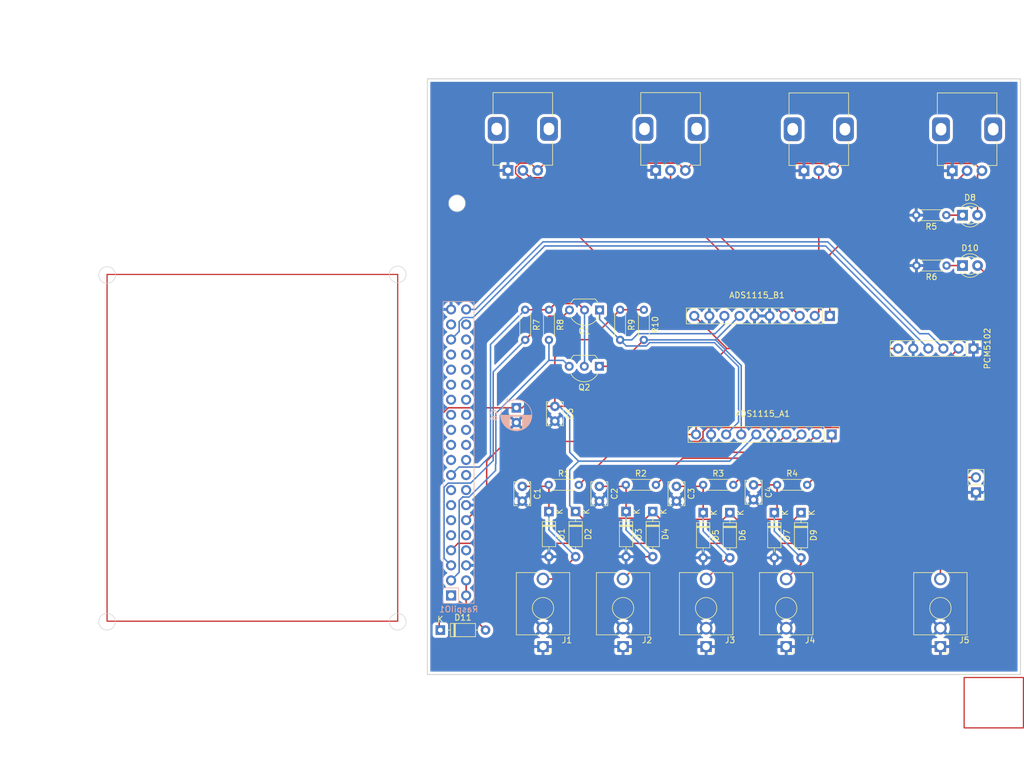
<source format=kicad_pcb>
(kicad_pcb (version 20240108) (generator "pcbnew") (generator_version "8.0")
  (layers (0 "F.Cu" signal) (31 "B.Cu" signal) (34 "B.Paste" user) (35 "F.Paste" user) (36 "B.SilkS" user "B.Silkscreen") (37 "F.SilkS" user "F.Silkscreen") (38 "B.Mask" user) (39 "F.Mask" user) (44 "Edge.Cuts" user))
  (net 0 "")
  (net 1 "SDA")
  (net 2 "ADC1_D")
  (net 3 "5V")
  (net 4 "ADC1_B")
  (net 5 "ADC1_C")
  (net 6 "GND")
  (net 7 "ADC1_A")
  (net 8 "SCL")
  (net 9 "ADC2_D")
  (net 10 "ADC2_A")
  (net 11 "ADC2_C")
  (net 12 "ADC2_B")
  (net 13 "Net-(AudioOut1-Pin_2)")
  (net 14 "Net-(D1-K)")
  (net 15 "Net-(D3-K)")
  (net 16 "Net-(D5-K)")
  (net 17 "Net-(D7-K)")
  (net 18 "Net-(D11-A)")
  (net 19 "Net-(D8-K)")
  (net 20 "Net-(D10-K)")
  (net 21 "GPIO4_PiLed")
  (net 22 "DIN")
  (net 23 "BCK")
  (net 24 "LCK")
  (net 25 "3.3V")
  (net 26 "SCL3.3V")
  (net 27 "SDA3.3V")
  (footprint "Capacitor_THT:C_Disc_D3.8mm_W2.6mm_P2.50mm" (layer "F.Cu") (at 122 102.25 -90)
    (property "Reference" "C2" (at 1.25 -2.55 90) (layer "F.SilkS"))
    (property "Value" "C" (hide yes))
    (pad "1" thru_hole circle (at 0 0 270) (size 1.6 1.6) (drill 0.8) (layers "*.Cu" "*.Mask") (net 15 "Net-(D3-K)"))
    (pad "2" thru_hole circle (at 2.5 0 270) (size 1.6 1.6) (drill 0.8) (layers "*.Cu" "*.Mask") (net 6 "GND"))
  )
  (footprint "Resistor_THT:R_Axial_DIN0204_L3.6mm_D1.6mm_P5.08mm_Horizontal" (layer "F.Cu") (at 151.96 102)
    (property "Reference" "R4" (at 2.54 -1.92 0) (layer "F.SilkS"))
    (property "Value" "1k")
    (pad "1" thru_hole circle (at 0 0) (size 1.4 1.4) (drill 0.7) (layers "*.Cu" "*.Mask") (net 17 "Net-(D7-K)"))
    (pad "2" thru_hole oval (at 5.08 0) (size 1.4 1.4) (drill 0.7) (layers "*.Cu" "*.Mask") (net 2 "ADC1_D"))
  )
  (footprint "Resistor_THT:R_Axial_DIN0204_L3.6mm_D1.6mm_P5.08mm_Horizontal" (layer "F.Cu") (at 126.46 102)
    (property "Reference" "R2" (at 2.54 -1.92 0) (layer "F.SilkS"))
    (property "Value" "1k")
    (pad "1" thru_hole circle (at 0 0) (size 1.4 1.4) (drill 0.7) (layers "*.Cu" "*.Mask") (net 15 "Net-(D3-K)"))
    (pad "2" thru_hole oval (at 5.08 0) (size 1.4 1.4) (drill 0.7) (layers "*.Cu" "*.Mask") (net 4 "ADC1_B"))
  )
  (footprint "Diode_THT:D_DO-35_SOD27_P7.62mm_Horizontal" (layer "F.Cu") (at 113.5 106.5 -90)
    (property "Reference" "D1" (at 3.81 -2.12 90) (layer "F.SilkS"))
    (property "Value" "BAT43" (hide yes))
    (fp_text user "K" (at 0 -1.8 90) (layer "F.SilkS"))
    (pad "1" thru_hole rect (at 0 0 270) (size 1.6 1.6) (drill 0.8) (layers "*.Cu" "*.Mask") (net 14 "Net-(D1-K)"))
    (pad "2" thru_hole oval (at 7.62 0 270) (size 1.6 1.6) (drill 0.8) (layers "*.Cu" "*.Mask") (net 6 "GND"))
  )
  (footprint "Connector_Audio:Jack_3.5mm_QingPu_WQP-PJ398SM_Vertical_CircularHoles" (layer "F.Cu") (at 126 129.28 180)
    (property "Reference" "J2" (at -4.03 1.08 180) (layer "F.SilkS"))
    (property "Value" "CV2")
    (pad "S" thru_hole rect (at 0 0) (size 1.93 1.83) (drill 1.22) (layers "*.Cu" "*.Mask") (net 6 "GND"))
    (pad "T" thru_hole circle (at 0 11.4) (size 2.13 2.13) (drill 1.43) (layers "*.Cu" "*.Mask") (net 15 "Net-(D3-K)"))
    (pad "TN" thru_hole circle (at 0 3.1) (size 2.13 2.13) (drill 1.42) (layers "*.Cu" "*.Mask") (net 6 "GND"))
  )
  (footprint "Capacitor_THT:C_Disc_D3.8mm_W2.6mm_P2.50mm" (layer "F.Cu") (at 148 102 -90)
    (property "Reference" "C4" (at 1.25 -2.55 90) (layer "F.SilkS"))
    (property "Value" "C" (hide yes))
    (pad "1" thru_hole circle (at 0 0 270) (size 1.6 1.6) (drill 0.8) (layers "*.Cu" "*.Mask") (net 17 "Net-(D7-K)"))
    (pad "2" thru_hole circle (at 2.5 0 270) (size 1.6 1.6) (drill 0.8) (layers "*.Cu" "*.Mask") (net 6 "GND"))
  )
  (footprint "Package_TO_SOT_THT:TO-92_Inline_Wide" (layer "F.Cu") (at 122 82 180)
    (property "Reference" "Q2" (at 2.54 -3.56 180) (layer "F.SilkS"))
    (property "Value" "BS170")
    (pad "1" thru_hole rect (at 0 0 180) (size 1.5 1.5) (drill 0.8) (layers "*.Cu" "*.Mask") (net 1 "SDA"))
    (pad "2" thru_hole circle (at 2.54 0 180) (size 1.5 1.5) (drill 0.8) (layers "*.Cu" "*.Mask") (net 25 "3.3V"))
    (pad "3" thru_hole circle (at 5.08 0 180) (size 1.5 1.5) (drill 0.8) (layers "*.Cu" "*.Mask") (net 27 "SDA3.3V"))
  )
  (footprint "Connector_PinHeader_2.54mm:PinHeader_1x10_P2.54mm_Vertical" (layer "F.Cu") (at 161.16 93.5 -90)
    (property "Reference" "ADS1115_A1" (at -3.5 11.62 180) (layer "F.SilkS"))
    (property "Value" "Conn_01x10_Pin" (hide yes))
    (pad "1" thru_hole rect (at 0 0 270) (size 1.7 1.7) (drill 1) (layers "*.Cu" "*.Mask") (net 2 "ADC1_D"))
    (pad "2" thru_hole oval (at 0 2.54 270) (size 1.7 1.7) (drill 1) (layers "*.Cu" "*.Mask") (net 5 "ADC1_C"))
    (pad "3" thru_hole oval (at 0 5.08 270) (size 1.7 1.7) (drill 1) (layers "*.Cu" "*.Mask") (net 4 "ADC1_B"))
    (pad "4" thru_hole oval (at 0 7.62 270) (size 1.7 1.7) (drill 1) (layers "*.Cu" "*.Mask") (net 7 "ADC1_A"))
    (pad "5" thru_hole oval (at 0 10.16 270) (size 1.7 1.7) (drill 1) (layers "*.Cu" "*.Mask") (net 6 "GND"))
    (pad "6" thru_hole oval (at 0 12.7 270) (size 1.7 1.7) (drill 1) (layers "*.Cu" "*.Mask") (net 3 "5V"))
    (pad "7" thru_hole oval (at 0 15.24 270) (size 1.7 1.7) (drill 1) (layers "*.Cu" "*.Mask") (net 1 "SDA"))
    (pad "8" thru_hole oval (at 0 17.78 270) (size 1.7 1.7) (drill 1) (layers "*.Cu" "*.Mask") (net 8 "SCL"))
    (pad "9" thru_hole oval (at 0 20.32 270) (size 1.7 1.7) (drill 1) (layers "*.Cu" "*.Mask") (net 6 "GND"))
    (pad "10" thru_hole oval (at 0 22.86 270) (size 1.7 1.7) (drill 1) (layers "*.Cu" "*.Mask") (net 3 "5V"))
  )
  (footprint "Resistor_THT:R_Axial_DIN0204_L3.6mm_D1.6mm_P5.08mm_Horizontal" (layer "F.Cu") (at 113.46 102)
    (property "Reference" "R1" (at 2.54 -1.92 0) (layer "F.SilkS"))
    (property "Value" "1k")
    (pad "1" thru_hole circle (at 0 0) (size 1.4 1.4) (drill 0.7) (layers "*.Cu" "*.Mask") (net 14 "Net-(D1-K)"))
    (pad "2" thru_hole oval (at 5.08 0) (size 1.4 1.4) (drill 0.7) (layers "*.Cu" "*.Mask") (net 7 "ADC1_A"))
  )
  (footprint "Diode_THT:D_DO-35_SOD27_P7.62mm_Horizontal" (layer "F.Cu") (at 139.5 106.69 -90)
    (property "Reference" "D5" (at 3.81 -2.12 90) (layer "F.SilkS"))
    (property "Value" "BAT43" (hide yes))
    (fp_text user "K" (at 0 -1.8 90) (layer "F.SilkS"))
    (pad "1" thru_hole rect (at 0 0 270) (size 1.6 1.6) (drill 0.8) (layers "*.Cu" "*.Mask") (net 16 "Net-(D5-K)"))
    (pad "2" thru_hole oval (at 7.62 0 270) (size 1.6 1.6) (drill 0.8) (layers "*.Cu" "*.Mask") (net 6 "GND"))
  )
  (footprint "LED_THT:LED_D3.0mm" (layer "F.Cu") (at 183.225 56.5)
    (property "Reference" "D8" (at 1.27 -2.96 0) (layer "F.SilkS"))
    (property "Value" "LED")
    (pad "1" thru_hole rect (at 0 0) (size 1.8 1.8) (drill 0.9) (layers "*.Cu" "*.Mask") (net 19 "Net-(D8-K)"))
    (pad "2" thru_hole circle (at 2.54 0) (size 1.8 1.8) (drill 0.9) (layers "*.Cu" "*.Mask") (net 3 "5V"))
  )
  (footprint "Diode_THT:D_DO-35_SOD27_P7.62mm_Horizontal" (layer "F.Cu") (at 156 106.69 -90)
    (property "Reference" "D9" (at 3.81 -2.12 90) (layer "F.SilkS"))
    (property "Value" "BAT43" (hide yes))
    (fp_text user "K" (at 0 -1.8 90) (layer "F.SilkS"))
    (pad "1" thru_hole rect (at 0 0 270) (size 1.6 1.6) (drill 0.8) (layers "*.Cu" "*.Mask") (net 3 "5V"))
    (pad "2" thru_hole oval (at 7.62 0 270) (size 1.6 1.6) (drill 0.8) (layers "*.Cu" "*.Mask") (net 17 "Net-(D7-K)"))
  )
  (footprint "Potentiometer_THT:Potentiometer_Alps_RK09K_Single_Vertical" (layer "F.Cu") (at 156.5 49 90)
    (property "Reference" "RV3" (hide yes))
    (property "Value" "R_Potentiometer" (hide yes))
    (pad "1" thru_hole rect (at 0 0 90) (size 1.8 1.8) (drill 1) (layers "*.Cu" "*.Mask") (net 6 "GND"))
    (pad "2" thru_hole circle (at 0 2.5 90) (size 1.8 1.8) (drill 1) (layers "*.Cu" "*.Mask") (net 11 "ADC2_C"))
    (pad "3" thru_hole circle (at 0 5 90) (size 1.8 1.8) (drill 1) (layers "*.Cu" "*.Mask") (net 3 "5V"))
    (pad "MP" thru_hole roundrect (at 7 -1.9 90) (size 4 3) (drill oval 2.1 1.8) (layers "*.Cu" "*.Mask"))
    (pad "MP" thru_hole roundrect (at 7 6.9 90) (size 4 3) (drill oval 2.1 1.8) (layers "*.Cu" "*.Mask"))
  )
  (footprint "Resistor_THT:R_Axial_DIN0204_L3.6mm_D1.6mm_P5.08mm_Horizontal" (layer "F.Cu") (at 125.5 72.46 -90)
    (property "Reference" "R9" (at 2.54 -1.92 90) (layer "F.SilkS"))
    (property "Value" "4.7k" (hide yes))
    (pad "1" thru_hole circle (at 0 0 270) (size 1.4 1.4) (drill 0.7) (layers "*.Cu" "*.Mask") (net 3 "5V"))
    (pad "2" thru_hole oval (at 5.08 0 270) (size 1.4 1.4) (drill 0.7) (layers "*.Cu" "*.Mask") (net 8 "SCL"))
  )
  (footprint "Connector_Audio:Jack_3.5mm_QingPu_WQP-PJ398SM_Vertical_CircularHoles" (layer "F.Cu") (at 153.5 129.28 180)
    (property "Reference" "J4" (at -4.03 1.08 180) (layer "F.SilkS"))
    (property "Value" "CV4")
    (pad "S" thru_hole rect (at 0 0) (size 1.93 1.83) (drill 1.22) (layers "*.Cu" "*.Mask") (net 6 "GND"))
    (pad "T" thru_hole circle (at 0 11.4) (size 2.13 2.13) (drill 1.43) (layers "*.Cu" "*.Mask") (net 17 "Net-(D7-K)"))
    (pad "TN" thru_hole circle (at 0 3.1) (size 2.13 2.13) (drill 1.42) (layers "*.Cu" "*.Mask") (net 6 "GND"))
  )
  (footprint "Resistor_THT:R_Axial_DIN0204_L3.6mm_D1.6mm_P5.08mm_Horizontal" (layer "F.Cu") (at 180.5 56.5 180)
    (property "Reference" "R5" (at 2.54 -1.92 180) (layer "F.SilkS"))
    (property "Value" "1k")
    (pad "1" thru_hole circle (at 0 0 180) (size 1.4 1.4) (drill 0.7) (layers "*.Cu" "*.Mask") (net 19 "Net-(D8-K)"))
    (pad "2" thru_hole oval (at 5.08 0 180) (size 1.4 1.4) (drill 0.7) (layers "*.Cu" "*.Mask") (net 6 "GND"))
  )
  (footprint "Diode_THT:D_DO-35_SOD27_P7.62mm_Horizontal" (layer "F.Cu") (at 95.19 126.5)
    (property "Reference" "D11" (at 3.81 -2.12 0) (layer "F.SilkS"))
    (property "Value" "BAT43")
    (fp_text user "K" (at 0 -1.8 0) (layer "F.SilkS"))
    (pad "1" thru_hole rect (at 0 0) (size 1.6 1.6) (drill 0.8) (layers "*.Cu" "*.Mask") (net 3 "5V"))
    (pad "2" thru_hole oval (at 7.62 0) (size 1.6 1.6) (drill 0.8) (layers "*.Cu" "*.Mask") (net 18 "Net-(D11-A)"))
  )
  (footprint "LED_THT:LED_D3.0mm" (layer "F.Cu") (at 183.225 65)
    (property "Reference" "D10" (at 1.27 -2.96 0) (layer "F.SilkS"))
    (property "Value" "LED")
    (pad "1" thru_hole rect (at 0 0) (size 1.8 1.8) (drill 0.9) (layers "*.Cu" "*.Mask") (net 20 "Net-(D10-K)"))
    (pad "2" thru_hole circle (at 2.54 0) (size 1.8 1.8) (drill 0.9) (layers "*.Cu" "*.Mask") (net 21 "GPIO4_PiLed"))
  )
  (footprint "Diode_THT:D_DO-35_SOD27_P7.62mm_Horizontal" (layer "F.Cu") (at 144 106.69 -90)
    (property "Reference" "D6" (at 3.81 -2.12 90) (layer "F.SilkS"))
    (property "Value" "BAT43" (hide yes))
    (fp_text user "K" (at 0 -1.8 90) (layer "F.SilkS"))
    (pad "1" thru_hole rect (at 0 0 270) (size 1.6 1.6) (drill 0.8) (layers "*.Cu" "*.Mask") (net 3 "5V"))
    (pad "2" thru_hole oval (at 7.62 0 270) (size 1.6 1.6) (drill 0.8) (layers "*.Cu" "*.Mask") (net 16 "Net-(D5-K)"))
  )
  (footprint "Capacitor_THT:C_Disc_D3.8mm_W2.6mm_P2.50mm" (layer "F.Cu") (at 135 102.25 -90)
    (property "Reference" "C3" (at 1.25 -2.5 90) (layer "F.SilkS"))
    (property "Value" "C" (hide yes))
    (pad "1" thru_hole circle (at 0 0 270) (size 1.6 1.6) (drill 0.8) (layers "*.Cu" "*.Mask") (net 16 "Net-(D5-K)"))
    (pad "2" thru_hole circle (at 2.5 0 270) (size 1.6 1.6) (drill 0.8) (layers "*.Cu" "*.Mask") (net 6 "GND"))
  )
  (footprint "Diode_THT:D_DO-35_SOD27_P7.62mm_Horizontal" (layer "F.Cu") (at 151.5 106.69 -90)
    (property "Reference" "D7" (at 3.81 -2.12 90) (layer "F.SilkS"))
    (property "Value" "BAT43" (hide yes))
    (fp_text user "K" (at 0 -1.8 90) (layer "F.SilkS"))
    (pad "1" thru_hole rect (at 0 0 270) (size 1.6 1.6) (drill 0.8) (layers "*.Cu" "*.Mask") (net 17 "Net-(D7-K)"))
    (pad "2" thru_hole oval (at 7.62 0 270) (size 1.6 1.6) (drill 0.8) (layers "*.Cu" "*.Mask") (net 6 "GND"))
  )
  (footprint "Potentiometer_THT:Potentiometer_Alps_RK09K_Single_Vertical" (layer "F.Cu") (at 181.5 49 90)
    (property "Reference" "RV4" (hide yes))
    (property "Value" "R_Potentiometer" (hide yes))
    (pad "1" thru_hole rect (at 0 0 90) (size 1.8 1.8) (drill 1) (layers "*.Cu" "*.Mask") (net 6 "GND"))
    (pad "2" thru_hole circle (at 0 2.5 90) (size 1.8 1.8) (drill 1) (layers "*.Cu" "*.Mask") (net 9 "ADC2_D"))
    (pad "3" thru_hole circle (at 0 5 90) (size 1.8 1.8) (drill 1) (layers "*.Cu" "*.Mask") (net 3 "5V"))
    (pad "MP" thru_hole roundrect (at 7 -1.9 90) (size 4 3) (drill oval 2.1 1.8) (layers "*.Cu" "*.Mask"))
    (pad "MP" thru_hole roundrect (at 7 6.9 90) (size 4 3) (drill oval 2.1 1.8) (layers "*.Cu" "*.Mask"))
  )
  (footprint "Diode_THT:D_DO-35_SOD27_P7.62mm_Horizontal" (layer "F.Cu") (at 118 106.5 -90)
    (property "Reference" "D2" (at 3.81 -2.12 90) (layer "F.SilkS"))
    (property "Value" "BAT43" (hide yes))
    (fp_text user "K" (at 0 -1.8 90) (layer "F.SilkS"))
    (pad "1" thru_hole rect (at 0 0 270) (size 1.6 1.6) (drill 0.8) (layers "*.Cu" "*.Mask") (net 3 "5V"))
    (pad "2" thru_hole oval (at 7.62 0 270) (size 1.6 1.6) (drill 0.8) (layers "*.Cu" "*.Mask") (net 14 "Net-(D1-K)"))
  )
  (footprint "Connector_Audio:Jack_3.5mm_QingPu_WQP-PJ398SM_Vertical_CircularHoles" (layer "F.Cu") (at 112.5 129.28 180)
    (property "Reference" "J1" (at -4.03 1.08 180) (layer "F.SilkS"))
    (property "Value" "CV1")
    (pad "S" thru_hole rect (at 0 0) (size 1.93 1.83) (drill 1.22) (layers "*.Cu" "*.Mask") (net 6 "GND"))
    (pad "T" thru_hole circle (at 0 11.4) (size 2.13 2.13) (drill 1.43) (layers "*.Cu" "*.Mask") (net 14 "Net-(D1-K)"))
    (pad "TN" thru_hole circle (at 0 3.1) (size 2.13 2.13) (drill 1.42) (layers "*.Cu" "*.Mask") (net 6 "GND"))
  )
  (footprint "Connector_Audio:Jack_3.5mm_QingPu_WQP-PJ398SM_Vertical_CircularHoles" (layer "F.Cu") (at 179.5 129.28 180)
    (property "Reference" "J5" (at -4.03 1.08 180) (layer "F.SilkS"))
    (property "Value" "OutputJack")
    (pad "S" thru_hole rect (at 0 0) (size 1.93 1.83) (drill 1.22) (layers "*.Cu" "*.Mask") (net 6 "GND"))
    (pad "T" thru_hole circle (at 0 11.4) (size 2.13 2.13) (drill 1.43) (layers "*.Cu" "*.Mask") (net 13 "Net-(AudioOut1-Pin_2)"))
    (pad "TN" thru_hole circle (at 0 3.1) (size 2.13 2.13) (drill 1.42) (layers "*.Cu" "*.Mask") (net 6 "GND"))
  )
  (footprint "Resistor_THT:R_Axial_DIN0204_L3.6mm_D1.6mm_P5.08mm_Horizontal" (layer "F.Cu") (at 139.5 102)
    (property "Reference" "R3" (at 2.54 -1.92 0) (layer "F.SilkS"))
    (property "Value" "1k")
    (pad "1" thru_hole circle (at 0 0) (size 1.4 1.4) (drill 0.7) (layers "*.Cu" "*.Mask") (net 16 "Net-(D5-K)"))
    (pad "2" thru_hole oval (at 5.08 0) (size 1.4 1.4) (drill 0.7) (layers "*.Cu" "*.Mask") (net 5 "ADC1_C"))
  )
  (footprint "Potentiometer_THT:Potentiometer_Alps_RK09K_Single_Vertical" (layer "F.Cu") (at 106.6 48.95 90)
    (property "Reference" "RV1" (hide yes))
    (property "Value" "R_Potentiometer" (hide yes))
    (pad "1" thru_hole rect (at 0 0 90) (size 1.8 1.8) (drill 1) (layers "*.Cu" "*.Mask") (net 6 "GND"))
    (pad "2" thru_hole circle (at 0 2.5 90) (size 1.8 1.8) (drill 1) (layers "*.Cu" "*.Mask") (net 10 "ADC2_A"))
    (pad "3" thru_hole circle (at 0 5 90) (size 1.8 1.8) (drill 1) (layers "*.Cu" "*.Mask") (net 3 "5V"))
    (pad "MP" thru_hole roundrect (at 7 -1.9 90) (size 4 3) (drill oval 2.1 1.8) (layers "*.Cu" "*.Mask"))
    (pad "MP" thru_hole roundrect (at 7 6.9 90) (size 4 3) (drill oval 2.1 1.8) (layers "*.Cu" "*.Mask"))
  )
  (footprint "Connector_Audio:Jack_3.5mm_QingPu_WQP-PJ398SM_Vertical_CircularHoles" (layer "F.Cu") (at 140 129.28 180)
    (property "Reference" "J3" (at -4.03 1.08 180) (layer "F.SilkS"))
    (property "Value" "CV3")
    (pad "S" thru_hole rect (at 0 0) (size 1.93 1.83) (drill 1.22) (layers "*.Cu" "*.Mask") (net 6 "GND"))
    (pad "T" thru_hole circle (at 0 11.4) (size 2.13 2.13) (drill 1.43) (layers "*.Cu" "*.Mask") (net 16 "Net-(D5-K)"))
    (pad "TN" thru_hole circle (at 0 3.1) (size 2.13 2.13) (drill 1.42) (layers "*.Cu" "*.Mask") (net 6 "GND"))
  )
  (footprint "Resistor_THT:R_Axial_DIN0204_L3.6mm_D1.6mm_P5.08mm_Horizontal" (layer "F.Cu") (at 109.5 72.46 -90)
    (property "Reference" "R7" (at 2.54 -1.92 90) (layer "F.SilkS"))
    (property "Value" "4.7k" (hide yes))
    (pad "1" thru_hole circle (at 0 0 270) (size 1.4 1.4) (drill 0.7) (layers "*.Cu" "*.Mask") (net 25 "3.3V"))
    (pad "2" thru_hole oval (at 5.08 0 270) (size 1.4 1.4) (drill 0.7) (layers "*.Cu" "*.Mask") (net 26 "SCL3.3V"))
  )
  (footprint "Resistor_THT:R_Axial_DIN0204_L3.6mm_D1.6mm_P5.08mm_Horizontal" (layer "F.Cu") (at 129.5 72.46 -90)
    (property "Reference" "R10" (at 2.54 -1.92 90) (layer "F.SilkS"))
    (property "Value" "4.7k" (hide yes))
    (pad "1" thru_hole circle (at 0 0 270) (size 1.4 1.4) (drill 0.7) (layers "*.Cu" "*.Mask") (net 3 "5V"))
    (pad "2" thru_hole oval (at 5.08 0 270) (size 1.4 1.4) (drill 0.7) (layers "*.Cu" "*.Mask") (net 1 "SDA"))
  )
  (footprint "Capacitor_THT:C_Disc_D3.8mm_W2.6mm_P2.50mm" (layer "F.Cu") (at 109 102.25 -90)
    (property "Reference" "C1" (at 1.25 -2.55 90) (layer "F.SilkS"))
    (property "Value" "C" (hide yes))
    (pad "1" thru_hole circle (at 0 0 270) (size 1.6 1.6) (drill 0.8) (layers "*.Cu" "*.Mask") (net 14 "Net-(D1-K)"))
    (pad "2" thru_hole circle (at 2.5 0 270) (size 1.6 1.6) (drill 0.8) (layers "*.Cu" "*.Mask") (net 6 "GND"))
  )
  (footprint "Resistor_THT:R_Axial_DIN0204_L3.6mm_D1.6mm_P5.08mm_Horizontal" (layer "F.Cu") (at 113.5 72.46 -90)
    (property "Reference" "R8" (at 2.54 -1.92 90) (layer "F.SilkS"))
    (property "Value" "4.7k" (hide yes))
    (pad "1" thru_hole circle (at 0 0 270) (size 1.4 1.4) (drill 0.7) (layers "*.Cu" "*.Mask") (net 25 "3.3V"))
    (pad "2" thru_hole oval (at 5.08 0 270) (size 1.4 1.4) (drill 0.7) (layers "*.Cu" "*.Mask") (net 27 "SDA3.3V"))
  )
  (footprint "Resistor_THT:R_Axial_DIN0204_L3.6mm_D1.6mm_P5.08mm_Horizontal" (layer "F.Cu") (at 180.54 65 180)
    (property "Reference" "R6" (at 2.54 -1.92 180) (layer "F.SilkS"))
    (property "Value" "680")
    (pad "1" thru_hole circle (at 0 0 180) (size 1.4 1.4) (drill 0.7) (layers "*.Cu" "*.Mask") (net 20 "Net-(D10-K)"))
    (pad "2" thru_hole oval (at 5.08 0 180) (size 1.4 1.4) (drill 0.7) (layers "*.Cu" "*.Mask") (net 6 "GND"))
  )
  (footprint "Connector_PinHeader_2.54mm:PinHeader_1x06_P2.54mm_Vertical" (layer "F.Cu") (at 185.08 79 -90)
    (property "Reference" "PCM5102" (at 0 -2.33 90) (layer "F.SilkS"))
    (property "Value" "PCM5102")
    (pad "1" thru_hole rect (at 0 0 270) (size 1.7 1.7) (drill 1) (layers "*.Cu" "*.Mask") (net 6 "GND"))
    (pad "2" thru_hole oval (at 0 2.54 270) (size 1.7 1.7) (drill 1) (layers "*.Cu" "*.Mask") (net 23 "BCK"))
    (pad "3" thru_hole oval (at 0 5.08 270) (size 1.7 1.7) (drill 1) (layers "*.Cu" "*.Mask") (net 22 "DIN"))
    (pad "4" thru_hole oval (at 0 7.62 270) (size 1.7 1.7) (drill 1) (layers "*.Cu" "*.Mask") (net 24 "LCK"))
    (pad "5" thru_hole oval (at 0 10.16 270) (size 1.7 1.7) (drill 1) (layers "*.Cu" "*.Mask") (net 6 "GND"))
    (pad "6" thru_hole oval (at 0 12.7 270) (size 1.7 1.7) (drill 1) (layers "*.Cu" "*.Mask") (net 3 "5V"))
  )
  (footprint "Diode_THT:D_DO-35_SOD27_P7.62mm_Horizontal" (layer "F.Cu") (at 131 106.5 -90)
    (property "Reference" "D4" (at 3.81 -2.12 90) (layer "F.SilkS"))
    (property "Value" "BAT43" (hide yes))
    (fp_text user "K" (at 0 -1.8 90) (layer "F.SilkS"))
    (pad "1" thru_hole rect (at 0 0 270) (size 1.6 1.6) (drill 0.8) (layers "*.Cu" "*.Mask") (net 3 "5V"))
    (pad "2" thru_hole oval (at 7.62 0 270) (size 1.6 1.6) (drill 0.8) (layers "*.Cu" "*.Mask") (net 15 "Net-(D3-K)"))
  )
  (footprint "Diode_THT:D_DO-35_SOD27_P7.62mm_Horizontal" (layer "F.Cu") (at 126.5 106.5 -90)
    (property "Reference" "D3" (at 3.81 -2.12 90) (layer "F.SilkS"))
    (property "Value" "BAT43" (hide yes))
    (fp_text user "K" (at 0 -1.8 90) (layer "F.SilkS"))
    (pad "1" thru_hole rect (at 0 0 270) (size 1.6 1.6) (drill 0.8) (layers "*.Cu" "*.Mask") (net 15 "Net-(D3-K)"))
    (pad "2" thru_hole oval (at 7.62 0 270) (size 1.6 1.6) (drill 0.8) (layers "*.Cu" "*.Mask") (net 6 "GND"))
  )
  (footprint "Package_TO_SOT_THT:TO-92_Inline_Wide" (layer "F.Cu") (at 122.04 72.5 180)
    (property "Reference" "Q1" (at 2.54 -3.56 180) (layer "F.SilkS"))
    (property "Value" "BS170" (hide yes))
    (pad "1" thru_hole rect (at 0 0 180) (size 1.5 1.5) (drill 0.8) (layers "*.Cu" "*.Mask") (net 8 "SCL"))
    (pad "2" thru_hole circle (at 2.54 0 180) (size 1.5 1.5) (drill 0.8) (layers "*.Cu" "*.Mask") (net 25 "3.3V"))
    (pad "3" thru_hole circle (at 5.08 0 180) (size 1.5 1.5) (drill 0.8) (layers "*.Cu" "*.Mask") (net 26 "SCL3.3V"))
  )
  (footprint "Capacitor_THT:C_Disc_D3.8mm_W2.6mm_P2.50mm" (layer "F.Cu") (at 114.5 88.75 -90)
    (property "Reference" "C5" (at 1.25 -2.55 90) (layer "F.SilkS"))
    (property "Value" "102")
    (pad "1" thru_hole circle (at 0 0 270) (size 1.6 1.6) (drill 0.8) (layers "*.Cu" "*.Mask") (net 3 "5V"))
    (pad "2" thru_hole circle (at 2.5 0 270) (size 1.6 1.6) (drill 0.8) (layers "*.Cu" "*.Mask") (net 6 "GND"))
  )
  (footprint "Connector_PinHeader_2.54mm:PinHeader_1x02_P2.54mm_Vertical" (layer "F.Cu") (at 185.5 103.275 180)
    (property "Reference" "AudioOut1" (hide yes))
    (property "Value" "AudioOut")
    (pad "1" thru_hole rect (at 0 0 180) (size 1.7 1.7) (drill 1) (layers "*.Cu" "*.Mask") (net 6 "GND"))
    (pad "2" thru_hole oval (at 0 2.54 180) (size 1.7 1.7) (drill 1) (layers "*.Cu" "*.Mask") (net 13 "Net-(AudioOut1-Pin_2)"))
  )
  (footprint "Connector_PinHeader_2.54mm:PinHeader_1x10_P2.54mm_Vertical" (layer "F.Cu") (at 160.86 73.5 -90)
    (property "Reference" "ADS1115_B1" (at -3.5 12.28 180) (layer "F.SilkS"))
    (property "Value" "Conn_01x10_Pin" (hide yes))
    (pad "1" thru_hole rect (at 0 0 270) (size 1.7 1.7) (drill 1) (layers "*.Cu" "*.Mask") (net 9 "ADC2_D"))
    (pad "2" thru_hole oval (at 0 2.54 270) (size 1.7 1.7) (drill 1) (layers "*.Cu" "*.Mask") (net 11 "ADC2_C"))
    (pad "3" thru_hole oval (at 0 5.08 270) (size 1.7 1.7) (drill 1) (layers "*.Cu" "*.Mask") (net 12 "ADC2_B"))
    (pad "4" thru_hole oval (at 0 7.62 270) (size 1.7 1.7) (drill 1) (layers "*.Cu" "*.Mask") (net 10 "ADC2_A"))
    (pad "5" thru_hole oval (at 0 10.16 270) (size 1.7 1.7) (drill 1) (layers "*.Cu" "*.Mask") (net 6 "GND"))
    (pad "6" thru_hole oval (at 0 12.7 270) (size 1.7 1.7) (drill 1) (layers "*.Cu" "*.Mask") (net 6 "GND"))
    (pad "7" thru_hole oval (at 0 15.24 270) (size 1.7 1.7) (drill 1) (layers "*.Cu" "*.Mask") (net 1 "SDA"))
    (pad "8" thru_hole oval (at 0 17.78 270) (size 1.7 1.7) (drill 1) (layers "*.Cu" "*.Mask") (net 8 "SCL"))
    (pad "9" thru_hole oval (at 0 20.32 270) (size 1.7 1.7) (drill 1) (layers "*.Cu" "*.Mask") (net 6 "GND"))
    (pad "10" thru_hole oval (at 0 22.86 270) (size 1.7 1.7) (drill 1) (layers "*.Cu" "*.Mask") (net 3 "5V"))
  )
  (footprint "Potentiometer_THT:Potentiometer_Alps_RK09K_Single_Vertical" (layer "F.Cu") (at 131.5 48.95 90)
    (property "Reference" "RV2" (hide yes))
    (property "Value" "R_Potentiometer" (hide yes))
    (pad "1" thru_hole rect (at 0 0 90) (size 1.8 1.8) (drill 1) (layers "*.Cu" "*.Mask") (net 6 "GND"))
    (pad "2" thru_hole circle (at 0 2.5 90) (size 1.8 1.8) (drill 1) (layers "*.Cu" "*.Mask") (net 12 "ADC2_B"))
    (pad "3" thru_hole circle (at 0 5 90) (size 1.8 1.8) (drill 1) (layers "*.Cu" "*.Mask") (net 3 "5V"))
    (pad "MP" thru_hole roundrect (at 7 -1.9 90) (size 4 3) (drill oval 2.1 1.8) (layers "*.Cu" "*.Mask"))
    (pad "MP" thru_hole roundrect (at 7 6.9 90) (size 4 3) (drill oval 2.1 1.8) (layers "*.Cu" "*.Mask"))
  )
  (footprint "Capacitor_THT:CP_Radial_D5.0mm_P2.50mm" (layer "B.Cu") (at 108 89 -90)
    (property "Reference" "C6" (at 1.25 3.75 90) (layer "B.SilkS") (effects (justify mirror)))
    (property "Value" "100uF")
    (pad "1" thru_hole rect (at 0 0 270) (size 1.6 1.6) (drill 0.8) (layers "*.Cu" "*.Mask") (net 3 "5V"))
    (pad "2" thru_hole circle (at 2.5 0 270) (size 1.6 1.6) (drill 0.8) (layers "*.Cu" "*.Mask") (net 6 "GND"))
  )
  (footprint "Connector_PinHeader_2.54mm:PinHeader_2x20_P2.54mm_Vertical" (layer "B.Cu") (at 97 120.66)
    (property "Reference" "RaspiIO1" (at 1.27 2.33 0) (layer "B.SilkS") (effects (justify mirror)))
    (property "Value" "RaspiIO")
    (pad "1" thru_hole rect (at 0 0) (size 1.7 1.7) (drill 1) (layers "*.Cu" "*.Mask"))
    (pad "2" thru_hole oval (at 2.54 0) (size 1.7 1.7) (drill 1) (layers "*.Cu" "*.Mask") (net 18 "Net-(D11-A)"))
    (pad "3" thru_hole oval (at 0 -2.54) (size 1.7 1.7) (drill 1) (layers "*.Cu" "*.Mask") (net 27 "SDA3.3V"))
    (pad "4" thru_hole oval (at 2.54 -2.54) (size 1.7 1.7) (drill 1) (layers "*.Cu" "*.Mask") (net 18 "Net-(D11-A)"))
    (pad "5" thru_hole oval (at 0 -5.08) (size 1.7 1.7) (drill 1) (layers "*.Cu" "*.Mask") (net 26 "SCL3.3V"))
    (pad "6" thru_hole oval (at 2.54 -5.08) (size 1.7 1.7) (drill 1) (layers "*.Cu" "*.Mask") (net 6 "GND"))
    (pad "7" thru_hole oval (at 0 -7.62) (size 1.7 1.7) (drill 1) (layers "*.Cu" "*.Mask") (net 21 "GPIO4_PiLed"))
    (pad "8" thru_hole oval (at 2.54 -7.62) (size 1.7 1.7) (drill 1) (layers "*.Cu" "*.Mask"))
    (pad "9" thru_hole oval (at 0 -10.16) (size 1.7 1.7) (drill 1) (layers "*.Cu" "*.Mask"))
    (pad "10" thru_hole oval (at 2.54 -10.16) (size 1.7 1.7) (drill 1) (layers "*.Cu" "*.Mask"))
    (pad "11" thru_hole oval (at 0 -12.7) (size 1.7 1.7) (drill 1) (layers "*.Cu" "*.Mask"))
    (pad "12" thru_hole oval (at 2.54 -12.7) (size 1.7 1.7) (drill 1) (layers "*.Cu" "*.Mask") (net 23 "BCK"))
    (pad "13" thru_hole oval (at 0 -15.24) (size 1.7 1.7) (drill 1) (layers "*.Cu" "*.Mask"))
    (pad "14" thru_hole oval (at 2.54 -15.24) (size 1.7 1.7) (drill 1) (layers "*.Cu" "*.Mask") (net 6 "GND"))
    (pad "15" thru_hole oval (at 0 -17.78) (size 1.7 1.7) (drill 1) (layers "*.Cu" "*.Mask"))
    (pad "16" thru_hole oval (at 2.54 -17.78) (size 1.7 1.7) (drill 1) (layers "*.Cu" "*.Mask"))
    (pad "17" thru_hole oval (at 0 -20.32) (size 1.7 1.7) (drill 1) (layers "*.Cu" "*.Mask") (net 25 "3.3V"))
    (pad "18" thru_hole oval (at 2.54 -20.32) (size 1.7 1.7) (drill 1) (layers "*.Cu" "*.Mask"))
    (pad "19" thru_hole oval (at 0 -22.86) (size 1.7 1.7) (drill 1) (layers "*.Cu" "*.Mask"))
    (pad "20" thru_hole oval (at 2.54 -22.86) (size 1.7 1.7) (drill 1) (layers "*.Cu" "*.Mask"))
    (pad "21" thru_hole oval (at 0 -25.4) (size 1.7 1.7) (drill 1) (layers "*.Cu" "*.Mask"))
    (pad "22" thru_hole oval (at 2.54 -25.4) (size 1.7 1.7) (drill 1) (layers "*.Cu" "*.Mask"))
    (pad "23" thru_hole oval (at 0 -27.94) (size 1.7 1.7) (drill 1) (layers "*.Cu" "*.Mask"))
    (pad "24" thru_hole oval (at 2.54 -27.94) (size 1.7 1.7) (drill 1) (layers "*.Cu" "*.Mask"))
    (pad "25" thru_hole oval (at 0 -30.48) (size 1.7 1.7) (drill 1) (layers "*.Cu" "*.Mask"))
    (pad "26" thru_hole oval (at 2.54 -30.48) (size 1.7 1.7) (drill 1) (layers "*.Cu" "*.Mask"))
    (pad "27" thru_hole oval (at 0 -33.02) (size 1.7 1.7) (drill 1) (layers "*.Cu" "*.Mask"))
    (pad "28" thru_hole oval (at 2.54 -33.02) (size 1.7 1.7) (drill 1) (layers "*.Cu" "*.Mask"))
    (pad "29" thru_hole oval (at 0 -35.56) (size 1.7 1.7) (drill 1) (layers "*.Cu" "*.Mask"))
    (pad "30" thru_hole oval (at 2.54 -35.56) (size 1.7 1.7) (drill 1) (layers "*.Cu" "*.Mask"))
    (pad "31" thru_hole oval (at 0 -38.1) (size 1.7 1.7) (drill 1) (layers "*.Cu" "*.Mask"))
    (pad "32" thru_hole oval (at 2.54 -38.1) (size 1.7 1.7) (drill 1) (layers "*.Cu" "*.Mask"))
    (pad "33" thru_hole oval (at 0 -40.64) (size 1.7 1.7) (drill 1) (layers "*.Cu" "*.Mask"))
    (pad "34" thru_hole oval (at 2.54 -40.64) (size 1.7 1.7) (drill 1) (layers "*.Cu" "*.Mask"))
    (pad "35" thru_hole oval (at 0 -43.18) (size 1.7 1.7) (drill 1) (layers "*.Cu" "*.Mask") (net 24 "LCK"))
    (pad "36" thru_hole oval (at 2.54 -43.18) (size 1.7 1.7) (drill 1) (layers "*.Cu" "*.Mask"))
    (pad "37" thru_hole oval (at 0 -45.72) (size 1.7 1.7) (drill 1) (layers "*.Cu" "*.Mask"))
    (pad "38" thru_hole oval (at 2.54 -45.72) (size 1.7 1.7) (drill 1) (layers "*.Cu" "*.Mask"))
    (pad "39" thru_hole oval (at 0 -48.26) (size 1.7 1.7) (drill 1) (layers "*.Cu" "*.Mask") (net 6 "GND"))
    (pad "40" thru_hole oval (at 2.54 -48.26) (size 1.7 1.7) (drill 1) (layers "*.Cu" "*.Mask") (net 22 "DIN"))
  )
  (gr_rect (start 183.5 134.5) (end 193.5 143) (stroke (width 0.2)) (fill none) (layer "F.Cu"))
  (gr_rect (start 39 66.5) (end 88 125) (stroke (width 0.2)) (fill none) (layer "F.Cu"))
  (gr_circle (center 98 54.5) (end 99.4 54.5) (stroke (width 0.1)) (fill none) (layer "Edge.Cuts"))
  (gr_circle (center 88 66.5) (end 89.4 66.5) (stroke (width 0.1)) (fill none) (layer "Edge.Cuts"))
  (gr_circle (center 88 125.1) (end 89.4 125.1) (stroke (width 0.1)) (fill none) (layer "Edge.Cuts"))
  (gr_circle (center 39 66.6) (end 40.4 66.6) (stroke (width 0.1)) (fill none) (layer "Edge.Cuts"))
  (gr_rect (start 93 33.5) (end 193 134) (stroke (width 0.15)) (fill none) (layer "Edge.Cuts"))
  (gr_circle (center 39 125.1) (end 40.4 125.1) (stroke (width 0.1)) (fill none) (layer "Edge.Cuts"))
  (segment (start 122 82) (end 125.04 82) (width 0.25) (layer "F.Cu") (net 1))
  (segment (start 125.04 82) (end 129.5 77.54) (width 0.25) (layer "F.Cu") (net 1))
  (segment (start 141.58 77.54) (end 145.92 81.88) (width 0.25) (layer "B.Cu") (net 1))
  (segment (start 129.5 77.54) (end 141.58 77.54) (width 0.25) (layer "B.Cu") (net 1))
  (segment (start 141.58 77.54) (end 145.62 73.5) (width 0.25) (layer "B.Cu") (net 1))
  (segment (start 145.92 81.88) (end 145.92 93.5) (width 0.25) (layer "B.Cu") (net 1))
  (segment (start 157.04 102) (end 161.16 97.88) (width 0.25) (layer "F.Cu") (net 2))
  (segment (start 161.16 97.88) (end 161.16 93.5) (width 0.25) (layer "F.Cu") (net 2))
  (segment (start 108.675 50.175) (end 108.592588 50.175) (width 0.25) (layer "F.Cu") (net 3))
  (segment (start 107.875 48.442588) (end 108.592588 47.725) (width 0.25) (layer "F.Cu") (net 3))
  (segment (start 114.5 80.5) (end 117.5 77.5) (width 0.25) (layer "F.Cu") (net 3))
  (segment (start 185.765 49.735) (end 186.5 49) (width 0.25) (layer "F.Cu") (net 3))
  (segment (start 108.592588 47.725) (end 110.375 47.725) (width 0.25) (layer "F.Cu") (net 3))
  (segment (start 95 90.518299) (end 95 126.31) (width 0.25) (layer "F.Cu") (net 3))
  (segment (start 143.5 79) (end 138.3 84.2) (width 0.25) (layer "F.Cu") (net 3))
  (segment (start 136.5 48.95) (end 135.275 47.725) (width 0.25) (layer "F.Cu") (net 3))
  (segment (start 143.5 79) (end 138 73.5) (width 0.25) (layer "F.Cu") (net 3))
  (segment (start 124 65.5) (end 108.675 50.175) (width 0.25) (layer "F.Cu") (net 3))
  (segment (start 110.375 47.725) (end 111.6 48.95) (width 0.25) (layer "F.Cu") (net 3))
  (segment (start 112.825 47.725) (end 111.6 48.95) (width 0.25) (layer "F.Cu") (net 3))
  (segment (start 109.25 88.75) (end 114.5 88.75) (width 0.25) (layer "F.Cu") (net 3))
  (segment (start 137.675 47.775) (end 136.5 48.95) (width 0.25) (layer "F.Cu") (net 3))
  (segment (start 119.125 107.625) (end 129.875 107.625) (width 0.25) (layer "F.Cu") (net 3))
  (segment (start 107.875 49.457412) (end 107.875 48.442588) (width 0.25) (layer "F.Cu") (net 3))
  (segment (start 131 106.5) (end 132.315 107.815) (width 0.25) (layer "F.Cu") (net 3))
  (segment (start 160.275 47.775) (end 137.675 47.775) (width 0.25) (layer "F.Cu") (net 3))
  (segment (start 124 74) (end 124 65.5) (width 0.25) (layer "F.Cu") (net 3))
  (segment (start 162.725 47.775) (end 161.5 49) (width 0.25) (layer "F.Cu") (net 3))
  (segment (start 108.592588 50.175) (end 107.875 49.457412) (width 0.25) (layer "F.Cu") (net 3))
  (segment (start 107.555 89.445) (end 108 89) (width 0.25) (layer "F.Cu") (net 3))
  (segment (start 186.5 49) (end 185.275 47.775) (width 0.25) (layer "F.Cu") (net 3))
  (segment (start 108 89) (end 96.518299 89) (width 0.25) (layer "F.Cu") (net 3))
  (segment (start 96.518299 89) (end 95 90.518299) (width 0.25) (layer "F.Cu") (net 3))
  (segment (start 142.875 107.815) (end 144 106.69) (width 0.25) (layer "F.Cu") (net 3))
  (segment (start 138.3 84.2) (end 138.3 93.5) (width 0.25) (layer "F.Cu") (net 3))
  (segment (start 95 126.31) (end 95.19 126.5) (width 0.25) (layer "F.Cu") (net 3))
  (segment (start 185.765 56.5) (end 185.765 49.735) (width 0.25) (layer "F.Cu") (net 3))
  (segment (start 108 89) (end 109 89) (width 0.25) (layer "F.Cu") (net 3))
  (segment (start 124 74) (end 124 73.96) (width 0.25) (layer "F.Cu") (net 3))
  (segment (start 145.125 107.815) (end 154.875 107.815) (width 0.25) (layer "F.Cu") (net 3))
  (segment (start 132.315 107.815) (end 142.875 107.815) (width 0.25) (layer "F.Cu") (net 3))
  (segment (start 135.275 47.725) (end 112.825 47.725) (width 0.25) (layer "F.Cu") (net 3))
  (segment (start 125.5 72.46) (end 129.5 72.46) (width 0.25) (layer "F.Cu") (net 3))
  (segment (start 117.5 77.5) (end 120.5 77.5) (width 0.25) (layer "F.Cu") (net 3))
  (segment (start 161.5 49) (end 160.275 47.775) (width 0.25) (layer "F.Cu") (net 3))
  (segment (start 144 106.69) (end 145.125 107.815) (width 0.25) (layer "F.Cu") (net 3))
  (segment (start 114.5 88.75) (end 114.5 80.5) (width 0.25) (layer "F.Cu") (net 3))
  (segment (start 122.25 88.75) (end 127 93.5) (width 0.25) (layer "F.Cu") (net 3))
  (segment (start 154.875 107.815) (end 156 106.69) (width 0.25) (layer "F.Cu") (net 3))
  (segment (start 120.5 77.5) (end 124 74) (width 0.25) (layer "F.Cu") (net 3))
  (segment (start 143.5 79) (end 172.38 79) (width 0.25) (layer "F.Cu") (net 3))
  (segment (start 118 106.5) (end 119.125 107.625) (width 0.25) (layer "F.Cu") (net 3))
  (segment (start 129.875 107.625) (end 131 106.5) (width 0.25) (layer "F.Cu") (net 3))
  (segment (start 127 93.5) (end 138.3 93.5) (width 0.25) (layer "F.Cu") (net 3))
  (segment (start 185.275 47.775) (end 162.725 47.775) (width 0.25) (layer "F.Cu") (net 3))
  (segment (start 114.5 88.75) (end 122.25 88.75) (width 0.25) (layer "F.Cu") (net 3))
  (segment (start 124 73.96) (end 125.5 72.46) (width 0.25) (layer "F.Cu") (net 3))
  (segment (start 109 89) (end 109.25 88.75) (width 0.25) (layer "F.Cu") (net 3))
  (segment (start 117 96.5) (end 118.5 98) (width 0.25) (layer "B.Cu") (net 3))
  (segment (start 117 90.5) (end 117 96.5) (width 0.25) (layer "B.Cu") (net 3))
  (segment (start 118.5 98) (end 117 99.5) (width 0.25) (layer "B.Cu") (net 3))
  (segment (start 117 105.5) (end 118 106.5) (width 0.25) (layer "B.Cu") (net 3))
  (segment (start 117 99.5) (end 117 105.5) (width 0.25) (layer "B.Cu") (net 3))
  (segment (start 114.5 88.75) (end 115.25 88.75) (width 0.25) (layer "B.Cu") (net 3))
  (segment (start 143.96 98) (end 118.5 98) (width 0.25) (layer "B.Cu") (net 3))
  (segment (start 114.25 89) (end 114.5 88.75) (width 0.25) (layer "B.Cu") (net 3))
  (segment (start 115.25 88.75) (end 117 90.5) (width 0.25) (layer "B.Cu") (net 3))
  (segment (start 148.46 93.5) (end 143.96 98) (width 0.25) (layer "B.Cu") (net 3))
  (segment (start 136.04 97.5) (end 152.08 97.5) (width 0.25) (layer "F.Cu") (net 4))
  (segment (start 152.08 97.5) (end 156.08 93.5) (width 0.25) (layer "F.Cu") (net 4))
  (segment (start 131.54 102) (end 136.04 97.5) (width 0.25) (layer "F.Cu") (net 4))
  (segment (start 147.58 99) (end 153.12 99) (width 0.25) (layer "F.Cu") (net 5))
  (segment (start 153.12 99) (end 158.62 93.5) (width 0.25) (layer "F.Cu") (net 5))
  (segment (start 144.58 102) (end 147.58 99) (width 0.25) (layer "F.Cu") (net 5))
  (segment (start 106.95 48.95) (end 106.6 48.95) (width 0.25) (layer "F.Cu") (net 6))
  (segment (start 99.54 115.58) (end 101.9 115.58) (width 0.25) (layer "F.Cu") (net 6))
  (segment (start 101.9 115.58) (end 112.5 126.18) (width 0.25) (layer "F.Cu") (net 6))
  (segment (start 99.54 105.42) (end 108.33 105.42) (width 0.25) (layer "B.Cu") (net 6))
  (segment (start 108.33 105.42) (end 109 104.75) (width 0.25) (layer "B.Cu") (net 6))
  (segment (start 150.54 96.5) (end 153.54 93.5) (width 0.25) (layer "F.Cu") (net 7))
  (segment (start 118.54 102) (end 124.04 96.5) (width 0.25) (layer "F.Cu") (net 7))
  (segment (start 124.04 96.5) (end 150.54 96.5) (width 0.25) (layer "F.Cu") (net 7))
  (segment (start 126.525 78.565) (end 129.924569 78.565) (width 0.25) (layer "B.Cu") (net 8))
  (segment (start 145.47 91.41) (end 143.38 93.5) (width 0.25) (layer "B.Cu") (net 8))
  (segment (start 125.5 77.54) (end 126.525 78.565) (width 0.25) (layer "B.Cu") (net 8))
  (segment (start 127.46 77.54) (end 128.5 76.5) (width 0.25) (layer "B.Cu") (net 8))
  (segment (start 129.924569 78.565) (end 130.489569 78) (width 0.25) (layer "B.Cu") (net 8))
  (segment (start 143.08 74.92) (end 143.08 73.5) (width 0.25) (layer "B.Cu") (net 8))
  (segment (start 125.5 77.54) (end 127.46 77.54) (width 0.25) (layer "B.Cu") (net 8))
  (segment (start 130.489569 78) (end 141.403604 78) (width 0.25) (layer "B.Cu") (net 8))
  (segment (start 128.5 76.5) (end 141.5 76.5) (width 0.25) (layer "B.Cu") (net 8))
  (segment (start 122.04 74.08) (end 125.5 77.54) (width 0.25) (layer "B.Cu") (net 8))
  (segment (start 145.47 82.066396) (end 145.47 91.41) (width 0.25) (layer "B.Cu") (net 8))
  (segment (start 141.5 76.5) (end 143.08 74.92) (width 0.25) (layer "B.Cu") (net 8))
  (segment (start 141.403604 78) (end 145.47 82.066396) (width 0.25) (layer "B.Cu") (net 8))
  (segment (start 122.04 72.5) (end 122.04 74.08) (width 0.25) (layer "B.Cu") (net 8))
  (segment (start 160.86 63.14) (end 160.86 73.5) (width 0.25) (layer "F.Cu") (net 9))
  (segment (start 170 54) (end 160.86 63.14) (width 0.25) (layer "F.Cu") (net 9))
  (segment (start 179 54) (end 170 54) (width 0.25) (layer "F.Cu") (net 9))
  (segment (start 184 49) (end 179 54) (width 0.25) (layer "F.Cu") (net 9))
  (segment (start 109.1 48.95) (end 110.325 50.175) (width 0.25) (layer "F.Cu") (net 10))
  (segment (start 110.325 50.175) (end 129.915 50.175) (width 0.25) (layer "F.Cu") (net 10))
  (segment (start 129.915 50.175) (end 153.24 73.5) (width 0.25) (layer "F.Cu") (net 10))
  (segment (start 159 72.82) (end 158.32 73.5) (width 0.25) (layer "F.Cu") (net 11))
  (segment (start 159 49) (end 159 72.82) (width 0.25) (layer "F.Cu") (net 11))
  (segment (start 134 51.72) (end 155.78 73.5) (width 0.25) (layer "F.Cu") (net 12))
  (segment (start 134 48.95) (end 134 51.72) (width 0.25) (layer "F.Cu") (net 12))
  (segment (start 184.265 100.735) (end 185.5 100.735) (width 0.25) (layer "F.Cu") (net 13))
  (segment (start 179.5 105.5) (end 184.265 100.735) (width 0.25) (layer "F.Cu") (net 13))
  (segment (start 179.5 117.88) (end 179.5 105.5) (width 0.25) (layer "F.Cu") (net 13))
  (segment (start 113.21 102.25) (end 113.46 102) (width 0.25) (layer "F.Cu") (net 14))
  (segment (start 112.5 117.88) (end 114.24 117.88) (width 0.25) (layer "F.Cu") (net 14))
  (segment (start 114.24 117.88) (end 118 114.12) (width 0.25) (layer "F.Cu") (net 14))
  (segment (start 113.5 106.5) (end 113.5 102.04) (width 0.25) (layer "F.Cu") (net 14))
  (segment (start 113.5 102.04) (end 113.46 102) (width 0.25) (layer "F.Cu") (net 14))
  (segment (start 109 102.25) (end 113.21 102.25) (width 0.25) (layer "F.Cu") (net 14))
  (segment (start 113.5 109.62) (end 118 114.12) (width 0.25) (layer "B.Cu") (net 14))
  (segment (start 113.5 106.5) (end 113.5 109.62) (width 0.25) (layer "B.Cu") (net 14))
  (segment (start 126.21 102.25) (end 126.46 102) (width 0.25) (layer "F.Cu") (net 15))
  (segment (start 126.5 106.5) (end 126.5 102.04) (width 0.25) (layer "F.Cu") (net 15))
  (segment (start 129.76 114.12) (end 131 114.12) (width 0.25) (layer "F.Cu") (net 15))
  (segment (start 122 102.25) (end 126.21 102.25) (width 0.25) (layer "F.Cu") (net 15))
  (segment (start 126 117.88) (end 129.76 114.12) (width 0.25) (layer "F.Cu") (net 15))
  (segment (start 126.5 102.04) (end 126.46 102) (width 0.25) (layer "F.Cu") (net 15))
  (segment (start 126.5 106.5) (end 126.5 109.62) (width 0.25) (layer "B.Cu") (net 15))
  (segment (start 126.5 109.62) (end 131 114.12) (width 0.25) (layer "B.Cu") (net 15))
  (segment (start 139.5 117.38) (end 140 117.88) (width 0.25) (layer "F.Cu") (net 16))
  (segment (start 139.5 106.69) (end 139.5 102) (width 0.25) (layer "F.Cu") (net 16))
  (segment (start 143.57 114.31) (end 144 114.31) (width 0.25) (layer "F.Cu") (net 16))
  (segment (start 135 102.25) (end 139.25 102.25) (width 0.25) (layer "F.Cu") (net 16))
  (segment (start 139.25 102.25) (end 139.5 102) (width 0.25) (layer "F.Cu") (net 16))
  (segment (start 140 117.88) (end 143.57 114.31) (width 0.25) (layer "F.Cu") (net 16))
  (segment (start 139.5 106.69) (end 139.5 109.81) (width 0.25) (layer "B.Cu") (net 16))
  (segment (start 139.5 109.81) (end 144 114.31) (width 0.25) (layer "B.Cu") (net 16))
  (segment (start 151.96 102) (end 151.5 102.46) (width 0.25) (layer "F.Cu") (net 17))
  (segment (start 156 114.31) (end 156 115.38) (width 0.25) (layer "F.Cu") (net 17))
  (segment (start 148 102) (end 151.96 102) (width 0.25) (layer "F.Cu") (net 17))
  (segment (start 151.96 102) (end 151.96 106.23) (width 0.25) (layer "F.Cu") (net 17))
  (segment (start 151.96 106.23) (end 151.5 106.69) (width 0.25) (layer "F.Cu") (net 17))
  (segment (start 156 115.38) (end 153.5 117.88) (width 0.25) (layer "F.Cu") (net 17))
  (segment (start 151.5 106.69) (end 151.5 109.81) (width 0.25) (layer "B.Cu") (net 17))
  (segment (start 151.5 109.81) (end 156 114.31) (width 0.25) (layer "B.Cu") (net 17))
  (segment (start 99.54 118.12) (end 99.54 123.23) (width 0.25) (layer "F.Cu") (net 18))
  (segment (start 99.54 123.23) (end 102.81 126.5) (width 0.25) (layer "F.Cu") (net 18))
  (segment (start 180.5 56.5) (end 183.225 56.5) (width 0.25) (layer "F.Cu") (net 19))
  (segment (start 180.54 65) (end 183.225 65) (width 0.25) (layer "F.Cu") (net 20))
  (segment (start 97 113.04) (end 98.175 111.865) (width 0.25) (layer "F.Cu") (net 21))
  (segment (start 98.175 111.865) (end 156.135 111.865) (width 0.25) (layer "F.Cu") (net 21))
  (segment (start 156.135 111.865) (end 187.5 80.5) (width 0.25) (layer "F.Cu") (net 21))
  (segment (start 187.5 80.5) (end 187.5 66.735) (width 0.25) (layer "F.Cu") (net 21))
  (segment (start 187.5 66.735) (end 185.765 65) (width 0.25) (layer "F.Cu") (net 21))
  (segment (start 112.5 61) (end 101.1 72.4) (width 0.25) (layer "B.Cu") (net 22))
  (segment (start 101.1 72.4) (end 99.54 72.4) (width 0.25) (layer "B.Cu") (net 22))
  (segment (start 176 76.5) (end 160.5 61) (width 0.25) (layer "B.Cu") (net 22))
  (segment (start 180 79) (end 177.5 76.5) (width 0.25) (layer "B.Cu") (net 22))
  (segment (start 160.5 61) (end 112.5 61) (width 0.25) (layer "B.Cu") (net 22))
  (segment (start 177.5 76.5) (end 176 76.5) (width 0.25) (layer "B.Cu") (net 22))
  (segment (start 169.215 92.325) (end 140.163299 92.325) (width 0.25) (layer "F.Cu") (net 23))
  (segment (start 139.475 93.986701) (end 138.786701 94.675) (width 0.25) (layer "F.Cu") (net 23))
  (segment (start 182.54 79) (end 169.215 92.325) (width 0.25) (layer "F.Cu") (net 23))
  (segment (start 103 104.5) (end 99.54 107.96) (width 0.25) (layer "F.Cu") (net 23))
  (segment (start 139.475 93.013299) (end 139.475 93.986701) (width 0.25) (layer "F.Cu") (net 23))
  (segment (start 138.786701 94.675) (end 106.325 94.675) (width 0.25) (layer "F.Cu") (net 23))
  (segment (start 103 98) (end 103 104.5) (width 0.25) (layer "F.Cu") (net 23))
  (segment (start 106.325 94.675) (end 103 98) (width 0.25) (layer "F.Cu") (net 23))
  (segment (start 140.163299 92.325) (end 139.475 93.013299) (width 0.25) (layer "F.Cu") (net 23))
  (segment (start 98.365 74.453299) (end 98.365 76.115) (width 0.25) (layer "B.Cu") (net 24))
  (segment (start 99.053299 73.765) (end 98.365 74.453299) (width 0.25) (layer "B.Cu") (net 24))
  (segment (start 160.155 61.695) (end 112.785 61.695) (width 0.25) (layer "B.Cu") (net 24))
  (segment (start 112.785 61.695) (end 100.715 73.765) (width 0.25) (layer "B.Cu") (net 24))
  (segment (start 98.365 76.115) (end 97 77.48) (width 0.25) (layer "B.Cu") (net 24))
  (segment (start 100.715 73.765) (end 99.053299 73.765) (width 0.25) (layer "B.Cu") (net 24))
  (segment (start 177.46 79) (end 160.155 61.695) (width 0.25) (layer "B.Cu") (net 24))
  (segment (start 118.425 71.425) (end 119.5 72.5) (width 0.25) (layer "F.Cu") (net 25))
  (segment (start 114.535 71.425) (end 118.425 71.425) (width 0.25) (layer "F.Cu") (net 25))
  (segment (start 113.5 72.46) (end 109.5 72.46) (width 0.25) (layer "F.Cu") (net 25))
  (segment (start 113.5 72.46) (end 114.535 71.425) (width 0.25) (layer "F.Cu") (net 25))
  (segment (start 98.34 99) (end 97 100.34) (width 0.25) (layer "B.Cu") (net 25))
  (segment (start 103.65 97.1) (end 101.75 99) (width 0.25) (layer "B.Cu") (net 25))
  (segment (start 103.65 78.31) (end 103.65 97.1) (width 0.25) (layer "B.Cu") (net 25))
  (segment (start 119.5 81.96) (end 119.46 82) (width 0.25) (layer "B.Cu") (net 25))
  (segment (start 119.5 72.5) (end 119.5 81.96) (width 0.25) (layer "B.Cu") (net 25))
  (segment (start 101.75 99) (end 98.34 99) (width 0.25) (layer "B.Cu") (net 25))
  (segment (start 109.5 72.46) (end 103.65 78.31) (width 0.25) (layer "B.Cu") (net 25))
  (segment (start 116.96 72.5) (end 115.91 73.55) (width 0.25) (layer "F.Cu") (net 26))
  (segment (start 115.91 73.55) (end 113.49 73.55) (width 0.25) (layer "F.Cu") (net 26))
  (segment (start 109.5 77.54) (end 113.49 73.55) (width 0.25) (layer "F.Cu") (net 26))
  (segment (start 95.825 102.393299) (end 95.825 114.405) (width 0.25) (layer "B.Cu") (net 26))
  (segment (start 109.5 77.54) (end 104.1 82.94) (width 0.25) (layer "B.Cu") (net 26))
  (segment (start 100.295 101.705) (end 96.513299 101.705) (width 0.25) (layer "B.Cu") (net 26))
  (segment (start 104.1 82.94) (end 104.1 97.9) (width 0.25) (layer "B.Cu") (net 26))
  (segment (start 96.513299 101.705) (end 95.825 102.393299) (width 0.25) (layer "B.Cu") (net 26))
  (segment (start 95.825 114.405) (end 97 115.58) (width 0.25) (layer "B.Cu") (net 26))
  (segment (start 104.1 97.9) (end 100.295 101.705) (width 0.25) (layer "B.Cu") (net 26))
  (segment (start 98.365 104.635) (end 98.99915 104.00085) (width 0.25) (layer "B.Cu") (net 27))
  (segment (start 113.5 81) (end 115.92 81) (width 0.25) (layer "B.Cu") (net 27))
  (segment (start 100.026701 104.055) (end 104.5 99.581701) (width 0.25) (layer "B.Cu") (net 27))
  (segment (start 104.55 98.45) (end 104.55 89.95) (width 0.25) (layer "B.Cu") (net 27))
  (segment (start 97 118.12) (end 98.365 116.755) (width 0.25) (layer "B.Cu") (net 27))
  (segment (start 104.5 99.581701) (end 104.5 98.5) (width 0.25) (layer "B.Cu") (net 27))
  (segment (start 98.99915 104.00085) (end 99.053299 104.055) (width 0.25) (layer "B.Cu") (net 27))
  (segment (start 99.053299 104.055) (end 100.026701 104.055) (width 0.25) (layer "B.Cu") (net 27))
  (segment (start 98.365 116.755) (end 98.365 104.635) (width 0.25) (layer "B.Cu") (net 27))
  (segment (start 113.5 81) (end 113.5 77.54) (width 0.25) (layer "B.Cu") (net 27))
  (segment (start 115.92 81) (end 116.92 82) (width 0.25) (layer "B.Cu") (net 27))
  (segment (start 104.5 98.5) (end 104.55 98.45) (width 0.25) (layer "B.Cu") (net 27))
  (segment (start 104.55 89.95) (end 113.5 81) (width 0.25) (layer "B.Cu") (net 27))
  (zone (net 6) (net_name "GND") (layer "B.Cu") (connect_pads (clearance 0.5)) (min_thickness 0.25) (fill yes (thermal_gap 0.5) (thermal_bridge_width 0.5))
    (polygon (pts (xy 93.5 133.5) (xy 192.5 133.5) (xy 192.5 34) (xy 93.5 34)))
  )
)
</source>
